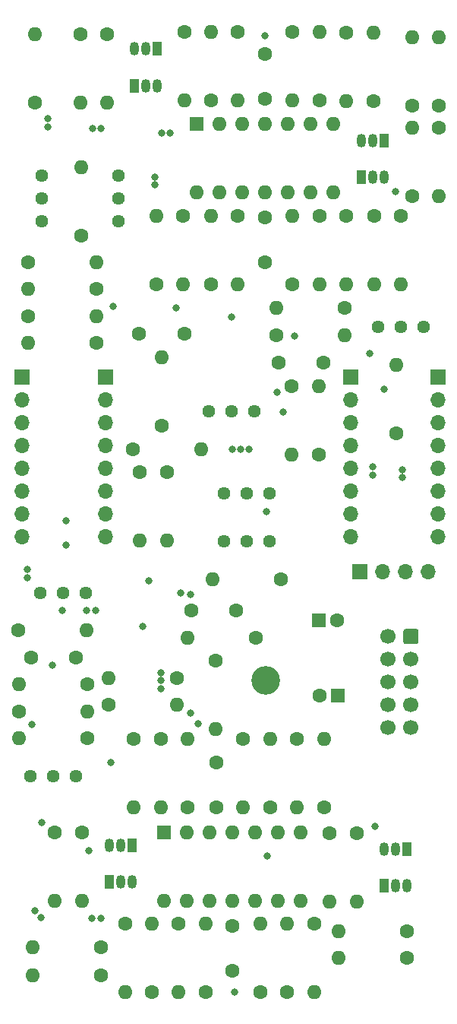
<source format=gts>
G04 #@! TF.GenerationSoftware,KiCad,Pcbnew,8.0.6-8.0.6-0~ubuntu22.04.1*
G04 #@! TF.CreationDate,2025-01-15T16:43:41+00:00*
G04 #@! TF.ProjectId,Basic_VCA,42617369-635f-4564-9341-2e6b69636164,rev?*
G04 #@! TF.SameCoordinates,Original*
G04 #@! TF.FileFunction,Soldermask,Top*
G04 #@! TF.FilePolarity,Negative*
%FSLAX46Y46*%
G04 Gerber Fmt 4.6, Leading zero omitted, Abs format (unit mm)*
G04 Created by KiCad (PCBNEW 8.0.6-8.0.6-0~ubuntu22.04.1) date 2025-01-15 16:43:41*
%MOMM*%
%LPD*%
G01*
G04 APERTURE LIST*
%ADD10R,1.700000X1.700000*%
%ADD11O,1.700000X1.700000*%
%ADD12C,3.200000*%
%ADD13C,1.600000*%
%ADD14O,1.600000X1.600000*%
%ADD15R,1.050000X1.500000*%
%ADD16O,1.050000X1.500000*%
%ADD17C,1.440000*%
%ADD18R,1.600000X1.600000*%
%ADD19C,1.700000*%
%ADD20C,0.800000*%
G04 APERTURE END LIST*
D10*
X93000000Y-76700000D03*
D11*
X93000000Y-79240000D03*
X93000000Y-81780000D03*
X93000000Y-84320000D03*
X93000000Y-86860000D03*
X93000000Y-89400000D03*
X93000000Y-91940000D03*
X93000000Y-94480000D03*
D10*
X56300000Y-76700000D03*
D11*
X56300000Y-79240000D03*
X56300000Y-81780000D03*
X56300000Y-84320000D03*
X56300000Y-86860000D03*
X56300000Y-89400000D03*
X56300000Y-91940000D03*
X56300000Y-94480000D03*
D10*
X94000000Y-98400000D03*
D11*
X96540000Y-98400000D03*
X99080000Y-98400000D03*
X101620000Y-98400000D03*
D12*
X83500000Y-110500000D03*
D10*
X102700000Y-76700000D03*
D11*
X102700000Y-79240000D03*
X102700000Y-81780000D03*
X102700000Y-84320000D03*
X102700000Y-86860000D03*
X102700000Y-89400000D03*
X102700000Y-91940000D03*
X102700000Y-94480000D03*
D10*
X65600000Y-76700000D03*
D11*
X65600000Y-79240000D03*
X65600000Y-81780000D03*
X65600000Y-84320000D03*
X65600000Y-86860000D03*
X65600000Y-89400000D03*
X65600000Y-91940000D03*
X65600000Y-94480000D03*
D13*
X74400000Y-71900000D03*
X69400000Y-71900000D03*
X82900000Y-145220000D03*
D14*
X82900000Y-137600000D03*
D13*
X72500000Y-87280000D03*
D14*
X72500000Y-94900000D03*
D15*
X96670000Y-50320000D03*
D16*
X95400000Y-50320000D03*
X94130000Y-50320000D03*
D13*
X92500000Y-58720000D03*
D14*
X92500000Y-66340000D03*
D13*
X63000000Y-127390000D03*
D14*
X63000000Y-135010000D03*
D13*
X84000000Y-124610000D03*
D14*
X84000000Y-116990000D03*
D13*
X64610000Y-66900000D03*
D14*
X56990000Y-66900000D03*
D13*
X98100000Y-82910000D03*
D14*
X98100000Y-75290000D03*
D13*
X76800000Y-145220000D03*
D14*
X76800000Y-137600000D03*
D13*
X80400000Y-58720000D03*
D14*
X80400000Y-66340000D03*
D13*
X63610000Y-110900000D03*
D14*
X55990000Y-110900000D03*
D13*
X90600000Y-127480000D03*
D14*
X90600000Y-135100000D03*
D13*
X71900000Y-82110000D03*
D14*
X71900000Y-74490000D03*
D13*
X86400000Y-77690000D03*
D14*
X86400000Y-85310000D03*
D13*
X74300000Y-58720000D03*
D14*
X74300000Y-66340000D03*
D13*
X65800000Y-38510000D03*
D14*
X65800000Y-46130000D03*
D13*
X98600000Y-58710000D03*
D14*
X98600000Y-66330000D03*
D13*
X95600000Y-58710000D03*
D14*
X95600000Y-66330000D03*
D15*
X71370000Y-40130000D03*
D16*
X70100000Y-40130000D03*
X68830000Y-40130000D03*
D13*
X67800000Y-137600000D03*
D14*
X67800000Y-145220000D03*
D13*
X85900000Y-145220000D03*
D14*
X85900000Y-137600000D03*
D17*
X58500000Y-54260000D03*
X58500000Y-56800000D03*
X58500000Y-59340000D03*
D13*
X89500000Y-45840000D03*
D14*
X89500000Y-38220000D03*
D13*
X74400000Y-38210000D03*
D14*
X74400000Y-45830000D03*
D13*
X83400000Y-45720000D03*
X83400000Y-40720000D03*
X55880000Y-104902000D03*
D14*
X63500000Y-104902000D03*
D13*
X89500000Y-58720000D03*
D14*
X89500000Y-66340000D03*
D13*
X73600000Y-110200000D03*
D14*
X65980000Y-110200000D03*
D13*
X95500000Y-45920000D03*
D14*
X95500000Y-38300000D03*
D13*
X64610000Y-72900000D03*
D14*
X56990000Y-72900000D03*
D13*
X62300000Y-107900000D03*
X57300000Y-107900000D03*
D15*
X96730000Y-133300000D03*
D16*
X98000000Y-133300000D03*
X99270000Y-133300000D03*
D13*
X68800000Y-117000000D03*
D14*
X68800000Y-124620000D03*
D13*
X65110000Y-140150000D03*
D14*
X57490000Y-140150000D03*
D13*
X77400000Y-45830000D03*
D14*
X77400000Y-38210000D03*
D13*
X102800000Y-46420000D03*
D14*
X102800000Y-38800000D03*
D13*
X86500000Y-38210000D03*
D14*
X86500000Y-45830000D03*
D13*
X55990000Y-113900000D03*
D14*
X63610000Y-113900000D03*
D13*
X77900000Y-108300000D03*
D14*
X77900000Y-115920000D03*
D13*
X99210000Y-141400000D03*
D14*
X91590000Y-141400000D03*
D13*
X99800000Y-56530000D03*
D14*
X99800000Y-48910000D03*
D13*
X88900000Y-137600000D03*
D14*
X88900000Y-145220000D03*
D13*
X70800000Y-145220000D03*
D14*
X70800000Y-137600000D03*
D13*
X84690000Y-72000000D03*
D14*
X92310000Y-72000000D03*
D13*
X62800000Y-38500000D03*
D14*
X62800000Y-46120000D03*
D13*
X85210000Y-99200000D03*
D14*
X77590000Y-99200000D03*
D13*
X68690000Y-84700000D03*
D14*
X76310000Y-84700000D03*
D13*
X82410000Y-105700000D03*
D14*
X74790000Y-105700000D03*
D13*
X60000000Y-127390000D03*
D14*
X60000000Y-135010000D03*
D13*
X74800000Y-124610000D03*
D14*
X74800000Y-116990000D03*
D13*
X57800000Y-46100000D03*
D14*
X57800000Y-38480000D03*
D13*
X65990000Y-113200000D03*
D14*
X73610000Y-113200000D03*
D17*
X78860000Y-89600000D03*
X81400000Y-89600000D03*
X83940000Y-89600000D03*
X78820000Y-95000000D03*
X81360000Y-95000000D03*
X83900000Y-95000000D03*
D18*
X89460000Y-103800000D03*
D13*
X91460000Y-103800000D03*
X81000000Y-117000000D03*
D14*
X81000000Y-124620000D03*
D13*
X69460000Y-87280000D03*
D14*
X69460000Y-94900000D03*
D13*
X93700000Y-127480000D03*
D14*
X93700000Y-135100000D03*
D13*
X92310000Y-69000000D03*
D14*
X84690000Y-69000000D03*
D13*
X86500000Y-66340000D03*
D14*
X86500000Y-58720000D03*
D17*
X96000000Y-71100000D03*
X98540000Y-71100000D03*
X101080000Y-71100000D03*
D13*
X73800000Y-137600000D03*
D14*
X73800000Y-145220000D03*
D18*
X72175000Y-127400000D03*
D14*
X74715000Y-127400000D03*
X77255000Y-127400000D03*
X79795000Y-127400000D03*
X82335000Y-127400000D03*
X84875000Y-127400000D03*
X87415000Y-127400000D03*
X87415000Y-135020000D03*
X84875000Y-135020000D03*
X82335000Y-135020000D03*
X79795000Y-135020000D03*
X77255000Y-135020000D03*
X74715000Y-135020000D03*
X72175000Y-135020000D03*
D13*
X102800000Y-48910000D03*
D14*
X102800000Y-56530000D03*
D13*
X87000000Y-116990000D03*
D14*
X87000000Y-124610000D03*
D15*
X68830000Y-44220000D03*
D16*
X70100000Y-44220000D03*
X71370000Y-44220000D03*
D13*
X92500000Y-38300000D03*
D14*
X92500000Y-45920000D03*
D13*
X71300000Y-66350000D03*
D14*
X71300000Y-58730000D03*
D13*
X79800000Y-142800000D03*
X79800000Y-137800000D03*
X62900000Y-60910000D03*
D14*
X62900000Y-53290000D03*
D13*
X71800000Y-116990000D03*
D14*
X71800000Y-124610000D03*
D15*
X99270000Y-129270000D03*
D16*
X98000000Y-129270000D03*
X96730000Y-129270000D03*
D17*
X62340000Y-121100000D03*
X59800000Y-121100000D03*
X57260000Y-121100000D03*
D13*
X80200000Y-102700000D03*
X75200000Y-102700000D03*
X99230000Y-138400000D03*
D14*
X91610000Y-138400000D03*
D13*
X83400000Y-63920000D03*
X83400000Y-58920000D03*
X89400000Y-85310000D03*
D14*
X89400000Y-77690000D03*
D13*
X63600000Y-116900000D03*
D14*
X55980000Y-116900000D03*
D17*
X63450000Y-100700000D03*
X60910000Y-100700000D03*
X58370000Y-100700000D03*
D13*
X90000000Y-124610000D03*
D14*
X90000000Y-116990000D03*
G36*
G01*
X100550000Y-104980000D02*
X100550000Y-106180000D01*
G75*
G02*
X100300000Y-106430000I-250000J0D01*
G01*
X99100000Y-106430000D01*
G75*
G02*
X98850000Y-106180000I0J250000D01*
G01*
X98850000Y-104980000D01*
G75*
G02*
X99100000Y-104730000I250000J0D01*
G01*
X100300000Y-104730000D01*
G75*
G02*
X100550000Y-104980000I0J-250000D01*
G01*
G37*
D19*
X97160000Y-105580000D03*
X99700000Y-108120000D03*
X97160000Y-108120000D03*
X99700000Y-110660000D03*
X97160000Y-110660000D03*
X99700000Y-113200000D03*
X97160000Y-113200000D03*
X99700000Y-115740000D03*
X97160000Y-115740000D03*
D13*
X77400000Y-66340000D03*
D14*
X77400000Y-58720000D03*
D18*
X91515112Y-112120000D03*
D13*
X89515112Y-112120000D03*
X65110000Y-143300000D03*
D14*
X57490000Y-143300000D03*
D13*
X56990000Y-63900000D03*
D14*
X64610000Y-63900000D03*
D13*
X56990000Y-69900000D03*
D14*
X64610000Y-69900000D03*
D13*
X78000000Y-124600000D03*
X78000000Y-119600000D03*
D18*
X75775000Y-48520000D03*
D14*
X78315000Y-48520000D03*
X80855000Y-48520000D03*
X83395000Y-48520000D03*
X85935000Y-48520000D03*
X88475000Y-48520000D03*
X91015000Y-48520000D03*
X91015000Y-56140000D03*
X88475000Y-56140000D03*
X85935000Y-56140000D03*
X83395000Y-56140000D03*
X80855000Y-56140000D03*
X78315000Y-56140000D03*
X75775000Y-56140000D03*
D17*
X77160000Y-80500000D03*
X79700000Y-80500000D03*
X82240000Y-80500000D03*
D13*
X89900000Y-75100000D03*
X84900000Y-75100000D03*
D15*
X66030000Y-132900000D03*
D16*
X67300000Y-132900000D03*
X68570000Y-132900000D03*
D17*
X67100000Y-54260000D03*
X67100000Y-56800000D03*
X67100000Y-59340000D03*
D15*
X94130000Y-54420000D03*
D16*
X95400000Y-54420000D03*
X96670000Y-54420000D03*
D13*
X80400000Y-38210000D03*
D14*
X80400000Y-45830000D03*
D13*
X99800000Y-46420000D03*
D14*
X99800000Y-38800000D03*
D15*
X68600238Y-128800000D03*
D16*
X67330238Y-128800000D03*
X66060238Y-128800000D03*
D20*
X95400000Y-86700000D03*
X57400000Y-115400000D03*
X60800000Y-102700000D03*
X95700000Y-126700000D03*
X80700000Y-84700000D03*
X66500000Y-68800000D03*
X83400000Y-38700000D03*
X71800000Y-109600000D03*
X63800000Y-129400000D03*
X63500000Y-102700000D03*
X64100000Y-137000000D03*
X59200000Y-48800000D03*
X98700000Y-87900000D03*
X71900000Y-49500000D03*
X58400000Y-136900000D03*
X71800000Y-110500000D03*
X65100000Y-49000000D03*
X57800000Y-136100000D03*
X71800000Y-111400000D03*
X71100000Y-54400000D03*
X80000000Y-145200000D03*
X56900000Y-99000000D03*
X71100000Y-55300000D03*
X75100000Y-100900000D03*
X64200000Y-49000000D03*
X98700000Y-87000000D03*
X56900000Y-98100000D03*
X98000000Y-56000000D03*
X65100000Y-137000000D03*
X72800000Y-49500000D03*
X81600000Y-84700000D03*
X64500000Y-102700000D03*
X79800000Y-84700000D03*
X86700000Y-72100000D03*
X95400000Y-87600000D03*
X59200000Y-47900000D03*
X96700000Y-78000000D03*
X84800000Y-78400000D03*
X61250000Y-92650000D03*
X61250000Y-95410659D03*
X59700000Y-108800000D03*
X58500000Y-126300000D03*
X83600000Y-91700000D03*
X74000000Y-100700000D03*
X83650000Y-130050000D03*
X76000000Y-115300000D03*
X75100000Y-114100000D03*
X69750000Y-104449999D03*
X66200000Y-119600000D03*
X85430331Y-80569669D03*
X73500000Y-69000000D03*
X79700000Y-70000000D03*
X95080331Y-74019669D03*
X70500000Y-99400000D03*
M02*

</source>
